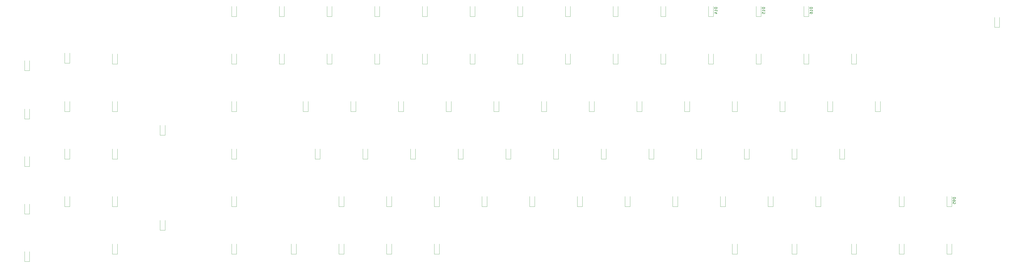
<source format=gbr>
%TF.GenerationSoftware,KiCad,Pcbnew,8.0.8*%
%TF.CreationDate,2025-04-09T15:43:05-07:00*%
%TF.ProjectId,hackboard,6861636b-626f-4617-9264-2e6b69636164,rev?*%
%TF.SameCoordinates,Original*%
%TF.FileFunction,Legend,Bot*%
%TF.FilePolarity,Positive*%
%FSLAX46Y46*%
G04 Gerber Fmt 4.6, Leading zero omitted, Abs format (unit mm)*
G04 Created by KiCad (PCBNEW 8.0.8) date 2025-04-09 15:43:05*
%MOMM*%
%LPD*%
G01*
G04 APERTURE LIST*
%ADD10C,0.150000*%
%ADD11C,0.120000*%
G04 APERTURE END LIST*
D10*
X355276694Y-90004464D02*
X354276694Y-90004464D01*
X354276694Y-90004464D02*
X354276694Y-90242559D01*
X354276694Y-90242559D02*
X354324313Y-90385416D01*
X354324313Y-90385416D02*
X354419551Y-90480654D01*
X354419551Y-90480654D02*
X354514789Y-90528273D01*
X354514789Y-90528273D02*
X354705265Y-90575892D01*
X354705265Y-90575892D02*
X354848122Y-90575892D01*
X354848122Y-90575892D02*
X355038598Y-90528273D01*
X355038598Y-90528273D02*
X355133836Y-90480654D01*
X355133836Y-90480654D02*
X355229075Y-90385416D01*
X355229075Y-90385416D02*
X355276694Y-90242559D01*
X355276694Y-90242559D02*
X355276694Y-90004464D01*
X355276694Y-91528273D02*
X355276694Y-90956845D01*
X355276694Y-91242559D02*
X354276694Y-91242559D01*
X354276694Y-91242559D02*
X354419551Y-91147321D01*
X354419551Y-91147321D02*
X354514789Y-91052083D01*
X354514789Y-91052083D02*
X354562408Y-90956845D01*
X354610027Y-92385416D02*
X355276694Y-92385416D01*
X354229075Y-92147321D02*
X354943360Y-91909226D01*
X354943360Y-91909226D02*
X354943360Y-92528273D01*
X393376694Y-90004464D02*
X392376694Y-90004464D01*
X392376694Y-90004464D02*
X392376694Y-90242559D01*
X392376694Y-90242559D02*
X392424313Y-90385416D01*
X392424313Y-90385416D02*
X392519551Y-90480654D01*
X392519551Y-90480654D02*
X392614789Y-90528273D01*
X392614789Y-90528273D02*
X392805265Y-90575892D01*
X392805265Y-90575892D02*
X392948122Y-90575892D01*
X392948122Y-90575892D02*
X393138598Y-90528273D01*
X393138598Y-90528273D02*
X393233836Y-90480654D01*
X393233836Y-90480654D02*
X393329075Y-90385416D01*
X393329075Y-90385416D02*
X393376694Y-90242559D01*
X393376694Y-90242559D02*
X393376694Y-90004464D01*
X393376694Y-91528273D02*
X393376694Y-90956845D01*
X393376694Y-91242559D02*
X392376694Y-91242559D01*
X392376694Y-91242559D02*
X392519551Y-91147321D01*
X392519551Y-91147321D02*
X392614789Y-91052083D01*
X392614789Y-91052083D02*
X392662408Y-90956845D01*
X392376694Y-92385416D02*
X392376694Y-92194940D01*
X392376694Y-92194940D02*
X392424313Y-92099702D01*
X392424313Y-92099702D02*
X392471932Y-92052083D01*
X392471932Y-92052083D02*
X392614789Y-91956845D01*
X392614789Y-91956845D02*
X392805265Y-91909226D01*
X392805265Y-91909226D02*
X393186217Y-91909226D01*
X393186217Y-91909226D02*
X393281455Y-91956845D01*
X393281455Y-91956845D02*
X393329075Y-92004464D01*
X393329075Y-92004464D02*
X393376694Y-92099702D01*
X393376694Y-92099702D02*
X393376694Y-92290178D01*
X393376694Y-92290178D02*
X393329075Y-92385416D01*
X393329075Y-92385416D02*
X393281455Y-92433035D01*
X393281455Y-92433035D02*
X393186217Y-92480654D01*
X393186217Y-92480654D02*
X392948122Y-92480654D01*
X392948122Y-92480654D02*
X392852884Y-92433035D01*
X392852884Y-92433035D02*
X392805265Y-92385416D01*
X392805265Y-92385416D02*
X392757646Y-92290178D01*
X392757646Y-92290178D02*
X392757646Y-92099702D01*
X392757646Y-92099702D02*
X392805265Y-92004464D01*
X392805265Y-92004464D02*
X392852884Y-91956845D01*
X392852884Y-91956845D02*
X392948122Y-91909226D01*
X450526694Y-166204464D02*
X449526694Y-166204464D01*
X449526694Y-166204464D02*
X449526694Y-166442559D01*
X449526694Y-166442559D02*
X449574313Y-166585416D01*
X449574313Y-166585416D02*
X449669551Y-166680654D01*
X449669551Y-166680654D02*
X449764789Y-166728273D01*
X449764789Y-166728273D02*
X449955265Y-166775892D01*
X449955265Y-166775892D02*
X450098122Y-166775892D01*
X450098122Y-166775892D02*
X450288598Y-166728273D01*
X450288598Y-166728273D02*
X450383836Y-166680654D01*
X450383836Y-166680654D02*
X450479075Y-166585416D01*
X450479075Y-166585416D02*
X450526694Y-166442559D01*
X450526694Y-166442559D02*
X450526694Y-166204464D01*
X450526694Y-167252083D02*
X450526694Y-167442559D01*
X450526694Y-167442559D02*
X450479075Y-167537797D01*
X450479075Y-167537797D02*
X450431455Y-167585416D01*
X450431455Y-167585416D02*
X450288598Y-167680654D01*
X450288598Y-167680654D02*
X450098122Y-167728273D01*
X450098122Y-167728273D02*
X449717170Y-167728273D01*
X449717170Y-167728273D02*
X449621932Y-167680654D01*
X449621932Y-167680654D02*
X449574313Y-167633035D01*
X449574313Y-167633035D02*
X449526694Y-167537797D01*
X449526694Y-167537797D02*
X449526694Y-167347321D01*
X449526694Y-167347321D02*
X449574313Y-167252083D01*
X449574313Y-167252083D02*
X449621932Y-167204464D01*
X449621932Y-167204464D02*
X449717170Y-167156845D01*
X449717170Y-167156845D02*
X449955265Y-167156845D01*
X449955265Y-167156845D02*
X450050503Y-167204464D01*
X450050503Y-167204464D02*
X450098122Y-167252083D01*
X450098122Y-167252083D02*
X450145741Y-167347321D01*
X450145741Y-167347321D02*
X450145741Y-167537797D01*
X450145741Y-167537797D02*
X450098122Y-167633035D01*
X450098122Y-167633035D02*
X450050503Y-167680654D01*
X450050503Y-167680654D02*
X449955265Y-167728273D01*
X449526694Y-168633035D02*
X449526694Y-168156845D01*
X449526694Y-168156845D02*
X450002884Y-168109226D01*
X450002884Y-168109226D02*
X449955265Y-168156845D01*
X449955265Y-168156845D02*
X449907646Y-168252083D01*
X449907646Y-168252083D02*
X449907646Y-168490178D01*
X449907646Y-168490178D02*
X449955265Y-168585416D01*
X449955265Y-168585416D02*
X450002884Y-168633035D01*
X450002884Y-168633035D02*
X450098122Y-168680654D01*
X450098122Y-168680654D02*
X450336217Y-168680654D01*
X450336217Y-168680654D02*
X450431455Y-168633035D01*
X450431455Y-168633035D02*
X450479075Y-168585416D01*
X450479075Y-168585416D02*
X450526694Y-168490178D01*
X450526694Y-168490178D02*
X450526694Y-168252083D01*
X450526694Y-168252083D02*
X450479075Y-168156845D01*
X450479075Y-168156845D02*
X450431455Y-168109226D01*
X374326694Y-90004464D02*
X373326694Y-90004464D01*
X373326694Y-90004464D02*
X373326694Y-90242559D01*
X373326694Y-90242559D02*
X373374313Y-90385416D01*
X373374313Y-90385416D02*
X373469551Y-90480654D01*
X373469551Y-90480654D02*
X373564789Y-90528273D01*
X373564789Y-90528273D02*
X373755265Y-90575892D01*
X373755265Y-90575892D02*
X373898122Y-90575892D01*
X373898122Y-90575892D02*
X374088598Y-90528273D01*
X374088598Y-90528273D02*
X374183836Y-90480654D01*
X374183836Y-90480654D02*
X374279075Y-90385416D01*
X374279075Y-90385416D02*
X374326694Y-90242559D01*
X374326694Y-90242559D02*
X374326694Y-90004464D01*
X374326694Y-91528273D02*
X374326694Y-90956845D01*
X374326694Y-91242559D02*
X373326694Y-91242559D01*
X373326694Y-91242559D02*
X373469551Y-91147321D01*
X373469551Y-91147321D02*
X373564789Y-91052083D01*
X373564789Y-91052083D02*
X373612408Y-90956845D01*
X373326694Y-92433035D02*
X373326694Y-91956845D01*
X373326694Y-91956845D02*
X373802884Y-91909226D01*
X373802884Y-91909226D02*
X373755265Y-91956845D01*
X373755265Y-91956845D02*
X373707646Y-92052083D01*
X373707646Y-92052083D02*
X373707646Y-92290178D01*
X373707646Y-92290178D02*
X373755265Y-92385416D01*
X373755265Y-92385416D02*
X373802884Y-92433035D01*
X373802884Y-92433035D02*
X373898122Y-92480654D01*
X373898122Y-92480654D02*
X374136217Y-92480654D01*
X374136217Y-92480654D02*
X374231455Y-92433035D01*
X374231455Y-92433035D02*
X374279075Y-92385416D01*
X374279075Y-92385416D02*
X374326694Y-92290178D01*
X374326694Y-92290178D02*
X374326694Y-92052083D01*
X374326694Y-92052083D02*
X374279075Y-91956845D01*
X374279075Y-91956845D02*
X374231455Y-91909226D01*
D11*
%TO.C,D31*%
X389921875Y-108618750D02*
X389921875Y-112628750D01*
X389921875Y-112628750D02*
X391921875Y-112628750D01*
X391921875Y-108618750D02*
X391921875Y-112628750D01*
%TO.C,D21*%
X199421875Y-108618750D02*
X199421875Y-112628750D01*
X199421875Y-112628750D02*
X201421875Y-112628750D01*
X201421875Y-108618750D02*
X201421875Y-112628750D01*
%TO.C,D8*%
X237521875Y-89568750D02*
X237521875Y-93578750D01*
X237521875Y-93578750D02*
X239521875Y-93578750D01*
X239521875Y-89568750D02*
X239521875Y-93578750D01*
%TO.C,D23*%
X237521875Y-108618750D02*
X237521875Y-112628750D01*
X237521875Y-112628750D02*
X239521875Y-112628750D01*
X239521875Y-108618750D02*
X239521875Y-112628750D01*
%TO.C,D45*%
X361346875Y-127668750D02*
X361346875Y-131678750D01*
X361346875Y-131678750D02*
X363346875Y-131678750D01*
X363346875Y-127668750D02*
X363346875Y-131678750D01*
%TO.C,D1*%
X466121875Y-93934375D02*
X466121875Y-97944375D01*
X466121875Y-97944375D02*
X468121875Y-97944375D01*
X468121875Y-93934375D02*
X468121875Y-97944375D01*
%TO.C,D71*%
X242284375Y-165768750D02*
X242284375Y-169778750D01*
X242284375Y-169778750D02*
X244284375Y-169778750D01*
X244284375Y-165768750D02*
X244284375Y-169778750D01*
%TO.C,D74*%
X299434375Y-165768750D02*
X299434375Y-169778750D01*
X299434375Y-169778750D02*
X301434375Y-169778750D01*
X301434375Y-165768750D02*
X301434375Y-169778750D01*
%TO.C,D57*%
X270859375Y-146718750D02*
X270859375Y-150728750D01*
X270859375Y-150728750D02*
X272859375Y-150728750D01*
X272859375Y-146718750D02*
X272859375Y-150728750D01*
%TO.C,D41*%
X285146875Y-127668750D02*
X285146875Y-131678750D01*
X285146875Y-131678750D02*
X287146875Y-131678750D01*
X287146875Y-127668750D02*
X287146875Y-131678750D01*
%TO.C,D81*%
X78596875Y-187818750D02*
X78596875Y-191828750D01*
X78596875Y-191828750D02*
X80596875Y-191828750D01*
X80596875Y-187818750D02*
X80596875Y-191828750D01*
%TO.C,D84*%
X132746875Y-175293750D02*
X132746875Y-179303750D01*
X132746875Y-179303750D02*
X134746875Y-179303750D01*
X134746875Y-175293750D02*
X134746875Y-179303750D01*
%TO.C,D90*%
X361346875Y-184818750D02*
X361346875Y-188828750D01*
X361346875Y-188828750D02*
X363346875Y-188828750D01*
X363346875Y-184818750D02*
X363346875Y-188828750D01*
%TO.C,D35*%
X161321875Y-127668750D02*
X161321875Y-131678750D01*
X161321875Y-131678750D02*
X163321875Y-131678750D01*
X163321875Y-127668750D02*
X163321875Y-131678750D01*
%TO.C,D51*%
X132746875Y-137193750D02*
X132746875Y-141203750D01*
X132746875Y-141203750D02*
X134746875Y-141203750D01*
X134746875Y-137193750D02*
X134746875Y-141203750D01*
%TO.C,D17*%
X113696875Y-108618750D02*
X113696875Y-112628750D01*
X113696875Y-112628750D02*
X115696875Y-112628750D01*
X115696875Y-108618750D02*
X115696875Y-112628750D01*
%TO.C,D44*%
X342296875Y-127668750D02*
X342296875Y-131678750D01*
X342296875Y-131678750D02*
X344296875Y-131678750D01*
X344296875Y-127668750D02*
X344296875Y-131678750D01*
%TO.C,D26*%
X294671875Y-108618750D02*
X294671875Y-112628750D01*
X294671875Y-112628750D02*
X296671875Y-112628750D01*
X296671875Y-108618750D02*
X296671875Y-112628750D01*
%TO.C,D6*%
X199421875Y-89568750D02*
X199421875Y-93578750D01*
X199421875Y-93578750D02*
X201421875Y-93578750D01*
X201421875Y-89568750D02*
X201421875Y-93578750D01*
%TO.C,D3*%
X94646875Y-108284375D02*
X94646875Y-112294375D01*
X94646875Y-112294375D02*
X96646875Y-112294375D01*
X96646875Y-108284375D02*
X96646875Y-112294375D01*
%TO.C,D65*%
X78596875Y-149718750D02*
X78596875Y-153728750D01*
X78596875Y-153728750D02*
X80596875Y-153728750D01*
X80596875Y-149718750D02*
X80596875Y-153728750D01*
%TO.C,D11*%
X294671875Y-89568750D02*
X294671875Y-93578750D01*
X294671875Y-93578750D02*
X296671875Y-93578750D01*
X296671875Y-89568750D02*
X296671875Y-93578750D01*
%TO.C,D87*%
X204184375Y-184818750D02*
X204184375Y-188828750D01*
X204184375Y-188828750D02*
X206184375Y-188828750D01*
X206184375Y-184818750D02*
X206184375Y-188828750D01*
%TO.C,D73*%
X280384375Y-165768750D02*
X280384375Y-169778750D01*
X280384375Y-169778750D02*
X282384375Y-169778750D01*
X282384375Y-165768750D02*
X282384375Y-169778750D01*
%TO.C,D19*%
X161321875Y-108618750D02*
X161321875Y-112628750D01*
X161321875Y-112628750D02*
X163321875Y-112628750D01*
X163321875Y-108618750D02*
X163321875Y-112628750D01*
%TO.C,D28*%
X332771875Y-108618750D02*
X332771875Y-112628750D01*
X332771875Y-112628750D02*
X334771875Y-112628750D01*
X334771875Y-108618750D02*
X334771875Y-112628750D01*
%TO.C,D56*%
X251809375Y-146718750D02*
X251809375Y-150728750D01*
X251809375Y-150728750D02*
X253809375Y-150728750D01*
X253809375Y-146718750D02*
X253809375Y-150728750D01*
%TO.C,D24*%
X256571875Y-108618750D02*
X256571875Y-112628750D01*
X256571875Y-112628750D02*
X258571875Y-112628750D01*
X258571875Y-108618750D02*
X258571875Y-112628750D01*
%TO.C,D89*%
X242284375Y-184818750D02*
X242284375Y-188828750D01*
X242284375Y-188828750D02*
X244284375Y-188828750D01*
X244284375Y-184818750D02*
X244284375Y-188828750D01*
%TO.C,D76*%
X337534375Y-165768750D02*
X337534375Y-169778750D01*
X337534375Y-169778750D02*
X339534375Y-169778750D01*
X339534375Y-165768750D02*
X339534375Y-169778750D01*
%TO.C,D58*%
X289909375Y-146718750D02*
X289909375Y-150728750D01*
X289909375Y-150728750D02*
X291909375Y-150728750D01*
X291909375Y-146718750D02*
X291909375Y-150728750D01*
%TO.C,D91*%
X385159375Y-184818750D02*
X385159375Y-188828750D01*
X385159375Y-188828750D02*
X387159375Y-188828750D01*
X387159375Y-184818750D02*
X387159375Y-188828750D01*
%TO.C,D42*%
X304196875Y-127668750D02*
X304196875Y-131678750D01*
X304196875Y-131678750D02*
X306196875Y-131678750D01*
X306196875Y-127668750D02*
X306196875Y-131678750D01*
%TO.C,D5*%
X180371875Y-89568750D02*
X180371875Y-93578750D01*
X180371875Y-93578750D02*
X182371875Y-93578750D01*
X182371875Y-89568750D02*
X182371875Y-93578750D01*
%TO.C,D77*%
X356584375Y-165768750D02*
X356584375Y-169778750D01*
X356584375Y-169778750D02*
X358584375Y-169778750D01*
X358584375Y-165768750D02*
X358584375Y-169778750D01*
%TO.C,D39*%
X247046875Y-127668750D02*
X247046875Y-131678750D01*
X247046875Y-131678750D02*
X249046875Y-131678750D01*
X249046875Y-127668750D02*
X249046875Y-131678750D01*
%TO.C,D61*%
X347059375Y-146718750D02*
X347059375Y-150728750D01*
X347059375Y-150728750D02*
X349059375Y-150728750D01*
X349059375Y-146718750D02*
X349059375Y-150728750D01*
%TO.C,D12*%
X313721875Y-89568750D02*
X313721875Y-93578750D01*
X313721875Y-93578750D02*
X315721875Y-93578750D01*
X315721875Y-89568750D02*
X315721875Y-93578750D01*
%TO.C,D30*%
X370871875Y-108618750D02*
X370871875Y-112628750D01*
X370871875Y-112628750D02*
X372871875Y-112628750D01*
X372871875Y-108618750D02*
X372871875Y-112628750D01*
%TO.C,D34*%
X94646875Y-127668750D02*
X94646875Y-131678750D01*
X94646875Y-131678750D02*
X96646875Y-131678750D01*
X96646875Y-127668750D02*
X96646875Y-131678750D01*
%TO.C,D27*%
X313721875Y-108618750D02*
X313721875Y-112628750D01*
X313721875Y-112628750D02*
X315721875Y-112628750D01*
X315721875Y-108618750D02*
X315721875Y-112628750D01*
%TO.C,D69*%
X204184375Y-165768750D02*
X204184375Y-169778750D01*
X204184375Y-169778750D02*
X206184375Y-169778750D01*
X206184375Y-165768750D02*
X206184375Y-169778750D01*
%TO.C,D82*%
X113696875Y-165768750D02*
X113696875Y-169778750D01*
X113696875Y-169778750D02*
X115696875Y-169778750D01*
X115696875Y-165768750D02*
X115696875Y-169778750D01*
%TO.C,D47*%
X399446875Y-127668750D02*
X399446875Y-131678750D01*
X399446875Y-131678750D02*
X401446875Y-131678750D01*
X401446875Y-127668750D02*
X401446875Y-131678750D01*
%TO.C,D32*%
X408971875Y-108618750D02*
X408971875Y-112628750D01*
X408971875Y-112628750D02*
X410971875Y-112628750D01*
X410971875Y-108618750D02*
X410971875Y-112628750D01*
%TO.C,D49*%
X94646875Y-146718750D02*
X94646875Y-150728750D01*
X94646875Y-150728750D02*
X96646875Y-150728750D01*
X96646875Y-146718750D02*
X96646875Y-150728750D01*
%TO.C,D83*%
X113696875Y-184818750D02*
X113696875Y-188828750D01*
X113696875Y-188828750D02*
X115696875Y-188828750D01*
X115696875Y-184818750D02*
X115696875Y-188828750D01*
%TO.C,D79*%
X394684375Y-165768750D02*
X394684375Y-169778750D01*
X394684375Y-169778750D02*
X396684375Y-169778750D01*
X396684375Y-165768750D02*
X396684375Y-169778750D01*
%TO.C,D10*%
X275621875Y-89568750D02*
X275621875Y-93578750D01*
X275621875Y-93578750D02*
X277621875Y-93578750D01*
X277621875Y-89568750D02*
X277621875Y-93578750D01*
%TO.C,D18*%
X113696875Y-127668750D02*
X113696875Y-131678750D01*
X113696875Y-131678750D02*
X115696875Y-131678750D01*
X115696875Y-127668750D02*
X115696875Y-131678750D01*
%TO.C,D67*%
X94646875Y-165768750D02*
X94646875Y-169778750D01*
X94646875Y-169778750D02*
X96646875Y-169778750D01*
X96646875Y-165768750D02*
X96646875Y-169778750D01*
%TO.C,D78*%
X375634375Y-165768750D02*
X375634375Y-169778750D01*
X375634375Y-169778750D02*
X377634375Y-169778750D01*
X377634375Y-165768750D02*
X377634375Y-169778750D01*
%TO.C,D14*%
X351821875Y-89568750D02*
X351821875Y-93578750D01*
X351821875Y-93578750D02*
X353821875Y-93578750D01*
X353821875Y-89568750D02*
X353821875Y-93578750D01*
%TO.C,D93*%
X428021875Y-184818750D02*
X428021875Y-188828750D01*
X428021875Y-188828750D02*
X430021875Y-188828750D01*
X430021875Y-184818750D02*
X430021875Y-188828750D01*
%TO.C,D80*%
X428021875Y-165768750D02*
X428021875Y-169778750D01*
X428021875Y-169778750D02*
X430021875Y-169778750D01*
X430021875Y-165768750D02*
X430021875Y-169778750D01*
%TO.C,D16*%
X389921875Y-89568750D02*
X389921875Y-93578750D01*
X389921875Y-93578750D02*
X391921875Y-93578750D01*
X391921875Y-89568750D02*
X391921875Y-93578750D01*
%TO.C,D20*%
X180371875Y-108618750D02*
X180371875Y-112628750D01*
X180371875Y-112628750D02*
X182371875Y-112628750D01*
X182371875Y-108618750D02*
X182371875Y-112628750D01*
%TO.C,D53*%
X194659375Y-146718750D02*
X194659375Y-150728750D01*
X194659375Y-150728750D02*
X196659375Y-150728750D01*
X196659375Y-146718750D02*
X196659375Y-150728750D01*
%TO.C,D43*%
X323246875Y-127668750D02*
X323246875Y-131678750D01*
X323246875Y-131678750D02*
X325246875Y-131678750D01*
X325246875Y-127668750D02*
X325246875Y-131678750D01*
%TO.C,D25*%
X275621875Y-108618750D02*
X275621875Y-112628750D01*
X275621875Y-112628750D02*
X277621875Y-112628750D01*
X277621875Y-108618750D02*
X277621875Y-112628750D01*
%TO.C,D13*%
X332771875Y-89568750D02*
X332771875Y-93578750D01*
X332771875Y-93578750D02*
X334771875Y-93578750D01*
X334771875Y-89568750D02*
X334771875Y-93578750D01*
%TO.C,D85*%
X161321875Y-184818750D02*
X161321875Y-188828750D01*
X161321875Y-188828750D02*
X163321875Y-188828750D01*
X163321875Y-184818750D02*
X163321875Y-188828750D01*
%TO.C,D86*%
X185134375Y-184818750D02*
X185134375Y-188828750D01*
X185134375Y-188828750D02*
X187134375Y-188828750D01*
X187134375Y-184818750D02*
X187134375Y-188828750D01*
%TO.C,D22*%
X218471875Y-108618750D02*
X218471875Y-112628750D01*
X218471875Y-112628750D02*
X220471875Y-112628750D01*
X220471875Y-108618750D02*
X220471875Y-112628750D01*
%TO.C,D33*%
X78596875Y-130668750D02*
X78596875Y-134678750D01*
X78596875Y-134678750D02*
X80596875Y-134678750D01*
X80596875Y-130668750D02*
X80596875Y-134678750D01*
%TO.C,D2*%
X78596875Y-111284375D02*
X78596875Y-115294375D01*
X78596875Y-115294375D02*
X80596875Y-115294375D01*
X80596875Y-111284375D02*
X80596875Y-115294375D01*
%TO.C,D62*%
X366109375Y-146718750D02*
X366109375Y-150728750D01*
X366109375Y-150728750D02*
X368109375Y-150728750D01*
X368109375Y-146718750D02*
X368109375Y-150728750D01*
%TO.C,D88*%
X223234375Y-184818750D02*
X223234375Y-188828750D01*
X223234375Y-188828750D02*
X225234375Y-188828750D01*
X225234375Y-184818750D02*
X225234375Y-188828750D01*
%TO.C,D55*%
X232759375Y-146718750D02*
X232759375Y-150728750D01*
X232759375Y-150728750D02*
X234759375Y-150728750D01*
X234759375Y-146718750D02*
X234759375Y-150728750D01*
%TO.C,D75*%
X318484375Y-165768750D02*
X318484375Y-169778750D01*
X318484375Y-169778750D02*
X320484375Y-169778750D01*
X320484375Y-165768750D02*
X320484375Y-169778750D01*
%TO.C,D72*%
X261334375Y-165768750D02*
X261334375Y-169778750D01*
X261334375Y-169778750D02*
X263334375Y-169778750D01*
X263334375Y-165768750D02*
X263334375Y-169778750D01*
%TO.C,D70*%
X223234375Y-165768750D02*
X223234375Y-169778750D01*
X223234375Y-169778750D02*
X225234375Y-169778750D01*
X225234375Y-165768750D02*
X225234375Y-169778750D01*
%TO.C,D36*%
X189896875Y-127668750D02*
X189896875Y-131678750D01*
X189896875Y-131678750D02*
X191896875Y-131678750D01*
X191896875Y-127668750D02*
X191896875Y-131678750D01*
%TO.C,D29*%
X351821875Y-108618750D02*
X351821875Y-112628750D01*
X351821875Y-112628750D02*
X353821875Y-112628750D01*
X353821875Y-108618750D02*
X353821875Y-112628750D01*
%TO.C,D9*%
X256571875Y-89568750D02*
X256571875Y-93578750D01*
X256571875Y-93578750D02*
X258571875Y-93578750D01*
X258571875Y-89568750D02*
X258571875Y-93578750D01*
%TO.C,D63*%
X385159375Y-146718750D02*
X385159375Y-150728750D01*
X385159375Y-150728750D02*
X387159375Y-150728750D01*
X387159375Y-146718750D02*
X387159375Y-150728750D01*
%TO.C,D40*%
X266096875Y-127668750D02*
X266096875Y-131678750D01*
X266096875Y-131678750D02*
X268096875Y-131678750D01*
X268096875Y-127668750D02*
X268096875Y-131678750D01*
%TO.C,D60*%
X328009375Y-146718750D02*
X328009375Y-150728750D01*
X328009375Y-150728750D02*
X330009375Y-150728750D01*
X330009375Y-146718750D02*
X330009375Y-150728750D01*
%TO.C,D54*%
X213709375Y-146718750D02*
X213709375Y-150728750D01*
X213709375Y-150728750D02*
X215709375Y-150728750D01*
X215709375Y-146718750D02*
X215709375Y-150728750D01*
%TO.C,D46*%
X380396875Y-127668750D02*
X380396875Y-131678750D01*
X380396875Y-131678750D02*
X382396875Y-131678750D01*
X382396875Y-127668750D02*
X382396875Y-131678750D01*
%TO.C,D50*%
X113696875Y-146718750D02*
X113696875Y-150728750D01*
X113696875Y-150728750D02*
X115696875Y-150728750D01*
X115696875Y-146718750D02*
X115696875Y-150728750D01*
%TO.C,D38*%
X227996875Y-127668750D02*
X227996875Y-131678750D01*
X227996875Y-131678750D02*
X229996875Y-131678750D01*
X229996875Y-127668750D02*
X229996875Y-131678750D01*
%TO.C,D66*%
X78596875Y-168768750D02*
X78596875Y-172778750D01*
X78596875Y-172778750D02*
X80596875Y-172778750D01*
X80596875Y-168768750D02*
X80596875Y-172778750D01*
%TO.C,D59*%
X308959375Y-146718750D02*
X308959375Y-150728750D01*
X308959375Y-150728750D02*
X310959375Y-150728750D01*
X310959375Y-146718750D02*
X310959375Y-150728750D01*
%TO.C,D94*%
X447071875Y-184818750D02*
X447071875Y-188828750D01*
X447071875Y-188828750D02*
X449071875Y-188828750D01*
X449071875Y-184818750D02*
X449071875Y-188828750D01*
%TO.C,D95*%
X447071875Y-165768750D02*
X447071875Y-169778750D01*
X447071875Y-169778750D02*
X449071875Y-169778750D01*
X449071875Y-165768750D02*
X449071875Y-169778750D01*
%TO.C,D7*%
X218471875Y-89568750D02*
X218471875Y-93578750D01*
X218471875Y-93578750D02*
X220471875Y-93578750D01*
X220471875Y-89568750D02*
X220471875Y-93578750D01*
%TO.C,D64*%
X404209375Y-146718750D02*
X404209375Y-150728750D01*
X404209375Y-150728750D02*
X406209375Y-150728750D01*
X406209375Y-146718750D02*
X406209375Y-150728750D01*
%TO.C,D48*%
X418496875Y-127668750D02*
X418496875Y-131678750D01*
X418496875Y-131678750D02*
X420496875Y-131678750D01*
X420496875Y-127668750D02*
X420496875Y-131678750D01*
%TO.C,D15*%
X370871875Y-89568750D02*
X370871875Y-93578750D01*
X370871875Y-93578750D02*
X372871875Y-93578750D01*
X372871875Y-89568750D02*
X372871875Y-93578750D01*
%TO.C,D4*%
X161321875Y-89568750D02*
X161321875Y-93578750D01*
X161321875Y-93578750D02*
X163321875Y-93578750D01*
X163321875Y-89568750D02*
X163321875Y-93578750D01*
%TO.C,D52*%
X161321875Y-146718750D02*
X161321875Y-150728750D01*
X161321875Y-150728750D02*
X163321875Y-150728750D01*
X163321875Y-146718750D02*
X163321875Y-150728750D01*
%TO.C,D92*%
X408971875Y-184818750D02*
X408971875Y-188828750D01*
X408971875Y-188828750D02*
X410971875Y-188828750D01*
X410971875Y-184818750D02*
X410971875Y-188828750D01*
%TO.C,D37*%
X208946875Y-127668750D02*
X208946875Y-131678750D01*
X208946875Y-131678750D02*
X210946875Y-131678750D01*
X210946875Y-127668750D02*
X210946875Y-131678750D01*
%TO.C,D68*%
X161321875Y-165768750D02*
X161321875Y-169778750D01*
X161321875Y-169778750D02*
X163321875Y-169778750D01*
X163321875Y-165768750D02*
X163321875Y-169778750D01*
%TD*%
M02*

</source>
